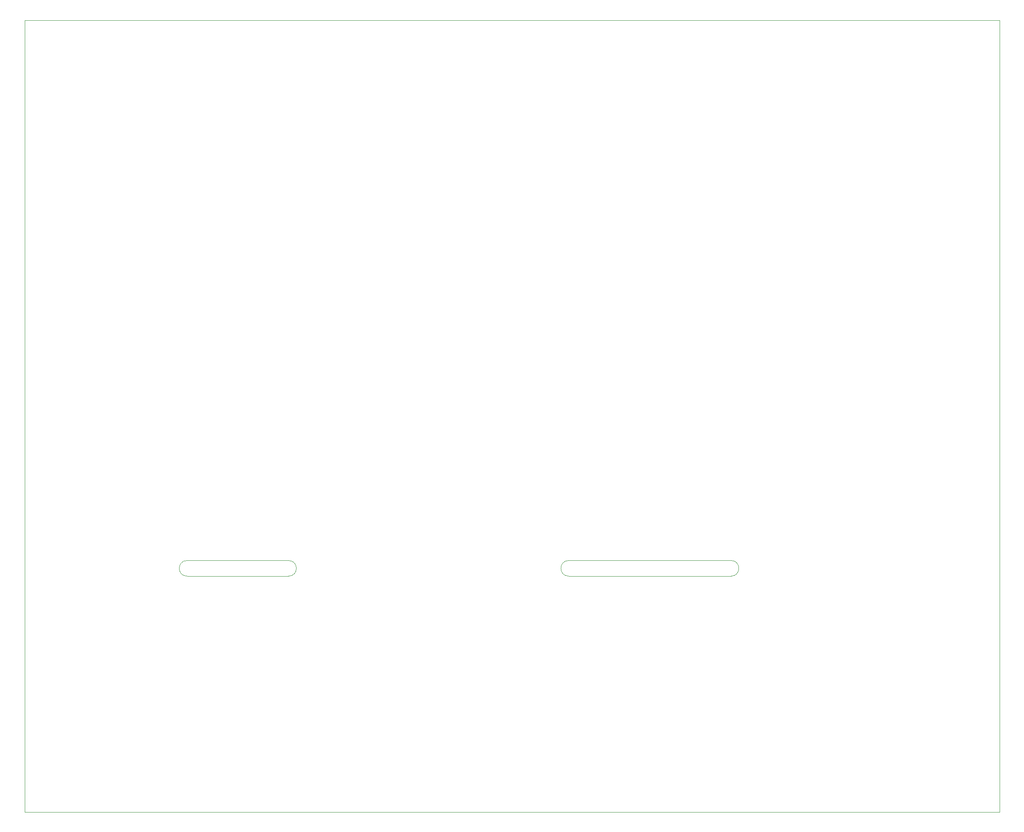
<source format=gbr>
%TF.GenerationSoftware,KiCad,Pcbnew,(5.1.6)-1*%
%TF.CreationDate,2021-02-04T22:55:20-05:00*%
%TF.ProjectId,TSI_Rev.5,5453495f-5265-4762-9e35-2e6b69636164,rev?*%
%TF.SameCoordinates,Original*%
%TF.FileFunction,Profile,NP*%
%FSLAX46Y46*%
G04 Gerber Fmt 4.6, Leading zero omitted, Abs format (unit mm)*
G04 Created by KiCad (PCBNEW (5.1.6)-1) date 2021-02-04 22:55:20*
%MOMM*%
%LPD*%
G01*
G04 APERTURE LIST*
%TA.AperFunction,Profile*%
%ADD10C,0.100000*%
%TD*%
G04 APERTURE END LIST*
D10*
X155194000Y-165531800D02*
X134035800Y-165531800D01*
X134035800Y-168783000D02*
G75*
G02*
X134035800Y-165531800I0J1625600D01*
G01*
X155194000Y-168783000D02*
X134035800Y-168783000D01*
X100177600Y-52857400D02*
X100177600Y-217957400D01*
X155194000Y-165531800D02*
G75*
G02*
X155194000Y-168783000I0J-1625600D01*
G01*
X213588600Y-168783000D02*
G75*
G02*
X213588600Y-165531800I0J1625600D01*
G01*
X247421400Y-168783000D02*
X213588600Y-168783000D01*
X247421400Y-165531800D02*
X213588600Y-165531800D01*
X247421400Y-165531800D02*
G75*
G02*
X247421400Y-168783000I0J-1625600D01*
G01*
X303377600Y-52857400D02*
X303377600Y-217957400D01*
X100177600Y-52857400D02*
X303377600Y-52857400D01*
X303377600Y-217957400D02*
X100177600Y-217957400D01*
M02*

</source>
